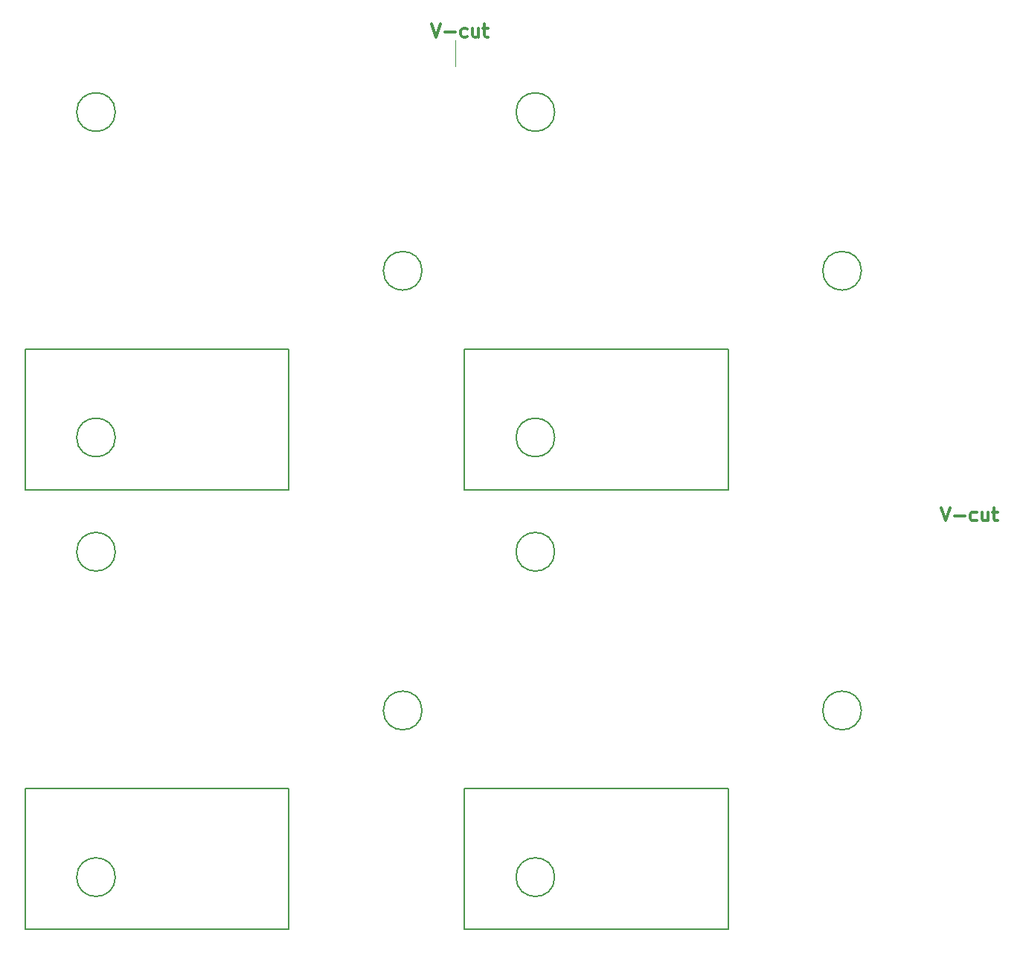
<source format=gbr>
G04 #@! TF.FileFunction,Other,Comment*
%FSLAX46Y46*%
G04 Gerber Fmt 4.6, Leading zero omitted, Abs format (unit mm)*
G04 Created by KiCad (PCBNEW 4.0.4+dfsg1-stable) date Wed Mar  8 21:16:26 2017*
%MOMM*%
%LPD*%
G01*
G04 APERTURE LIST*
%ADD10C,0.100000*%
%ADD11C,0.200000*%
%ADD12C,0.300000*%
%ADD13C,0.150000*%
G04 APERTURE END LIST*
D10*
D11*
X122050000Y-137150000D02*
X122050000Y-121150000D01*
X122050000Y-121150000D02*
X92050000Y-121150000D01*
X92050000Y-121150000D02*
X92050000Y-137150000D01*
X92050000Y-137150000D02*
X122050000Y-137150000D01*
X172050000Y-137150000D02*
X172050000Y-121150000D01*
X172050000Y-121150000D02*
X142050000Y-121150000D01*
X142050000Y-121150000D02*
X142050000Y-137150000D01*
X142050000Y-137150000D02*
X172050000Y-137150000D01*
X172050000Y-87150000D02*
X172050000Y-71150000D01*
X172050000Y-71150000D02*
X142050000Y-71150000D01*
X142050000Y-71150000D02*
X142050000Y-87150000D01*
X142050000Y-87150000D02*
X172050000Y-87150000D01*
D10*
X141000000Y-36000000D02*
X141000000Y-39000000D01*
D12*
X138321429Y-34178571D02*
X138821429Y-35678571D01*
X139321429Y-34178571D01*
X139821429Y-35107143D02*
X140964286Y-35107143D01*
X142321429Y-35607143D02*
X142178572Y-35678571D01*
X141892858Y-35678571D01*
X141750000Y-35607143D01*
X141678572Y-35535714D01*
X141607143Y-35392857D01*
X141607143Y-34964286D01*
X141678572Y-34821429D01*
X141750000Y-34750000D01*
X141892858Y-34678571D01*
X142178572Y-34678571D01*
X142321429Y-34750000D01*
X143607143Y-34678571D02*
X143607143Y-35678571D01*
X142964286Y-34678571D02*
X142964286Y-35464286D01*
X143035714Y-35607143D01*
X143178572Y-35678571D01*
X143392857Y-35678571D01*
X143535714Y-35607143D01*
X143607143Y-35535714D01*
X144107143Y-34678571D02*
X144678572Y-34678571D01*
X144321429Y-34178571D02*
X144321429Y-35464286D01*
X144392857Y-35607143D01*
X144535715Y-35678571D01*
X144678572Y-35678571D01*
X196321429Y-89178571D02*
X196821429Y-90678571D01*
X197321429Y-89178571D01*
X197821429Y-90107143D02*
X198964286Y-90107143D01*
X200321429Y-90607143D02*
X200178572Y-90678571D01*
X199892858Y-90678571D01*
X199750000Y-90607143D01*
X199678572Y-90535714D01*
X199607143Y-90392857D01*
X199607143Y-89964286D01*
X199678572Y-89821429D01*
X199750000Y-89750000D01*
X199892858Y-89678571D01*
X200178572Y-89678571D01*
X200321429Y-89750000D01*
X201607143Y-89678571D02*
X201607143Y-90678571D01*
X200964286Y-89678571D02*
X200964286Y-90464286D01*
X201035714Y-90607143D01*
X201178572Y-90678571D01*
X201392857Y-90678571D01*
X201535714Y-90607143D01*
X201607143Y-90535714D01*
X202107143Y-89678571D02*
X202678572Y-89678571D01*
X202321429Y-89178571D02*
X202321429Y-90464286D01*
X202392857Y-90607143D01*
X202535715Y-90678571D01*
X202678572Y-90678571D01*
D11*
X92050000Y-87150000D02*
X122050000Y-87150000D01*
X92050000Y-71150000D02*
X92050000Y-87150000D01*
X122050000Y-71150000D02*
X92050000Y-71150000D01*
X122050000Y-87150000D02*
X122050000Y-71150000D01*
D13*
X137200000Y-112250000D02*
G75*
G03X137200000Y-112250000I-2200000J0D01*
G01*
X102300000Y-94200000D02*
G75*
G03X102300000Y-94200000I-2200000J0D01*
G01*
X102300000Y-131200000D02*
G75*
G03X102300000Y-131200000I-2200000J0D01*
G01*
X187200000Y-112250000D02*
G75*
G03X187200000Y-112250000I-2200000J0D01*
G01*
X152300000Y-94200000D02*
G75*
G03X152300000Y-94200000I-2200000J0D01*
G01*
X152300000Y-131200000D02*
G75*
G03X152300000Y-131200000I-2200000J0D01*
G01*
X187200000Y-62250000D02*
G75*
G03X187200000Y-62250000I-2200000J0D01*
G01*
X152300000Y-44200000D02*
G75*
G03X152300000Y-44200000I-2200000J0D01*
G01*
X152300000Y-81200000D02*
G75*
G03X152300000Y-81200000I-2200000J0D01*
G01*
X102300000Y-44200000D02*
G75*
G03X102300000Y-44200000I-2200000J0D01*
G01*
X137200000Y-62250000D02*
G75*
G03X137200000Y-62250000I-2200000J0D01*
G01*
X102300000Y-81200000D02*
G75*
G03X102300000Y-81200000I-2200000J0D01*
G01*
M02*

</source>
